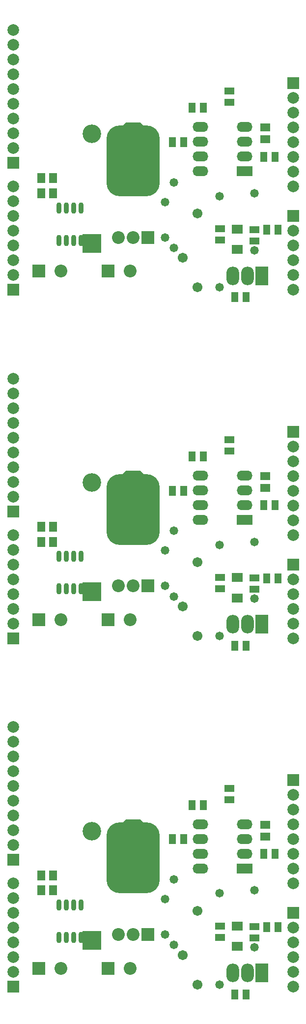
<source format=gts>
G04 Layer_Color=8388736*
%FSLAX44Y44*%
%MOMM*%
G71*
G01*
G75*
G04:AMPARAMS|DCode=40|XSize=9.2032mm|YSize=12.2032mm|CornerRadius=2.3516mm|HoleSize=0mm|Usage=FLASHONLY|Rotation=180.000|XOffset=0mm|YOffset=0mm|HoleType=Round|Shape=RoundedRectangle|*
%AMROUNDEDRECTD40*
21,1,9.2032,7.5000,0,0,180.0*
21,1,4.5000,12.2032,0,0,180.0*
1,1,4.7032,-2.2500,3.7500*
1,1,4.7032,2.2500,3.7500*
1,1,4.7032,2.2500,-3.7500*
1,1,4.7032,-2.2500,-3.7500*
%
%ADD40ROUNDEDRECTD40*%
%ADD41R,1.3462X1.7272*%
%ADD42R,1.8032X1.2532*%
%ADD43R,1.9032X1.5032*%
%ADD44R,1.2532X1.8032*%
%ADD45R,1.7272X1.3462*%
%ADD46O,0.8532X1.9532*%
%ADD47O,0.8532X1.9532*%
%ADD48C,3.2032*%
%ADD49R,3.2032X3.2032*%
%ADD50C,1.7032*%
%ADD51C,2.2032*%
%ADD52R,2.2032X2.2032*%
%ADD53P,6.7143X8X202.5*%
%ADD54C,2.0032*%
%ADD55R,2.0032X2.0032*%
%ADD56R,2.2032X3.2032*%
%ADD57O,2.2032X3.2032*%
%ADD58R,2.7032X1.7032*%
%ADD59O,2.7032X1.7032*%
%ADD60C,1.4732*%
%ADD61C,1.0032*%
D40*
X2452469Y450750D02*
D03*
Y1050750D02*
D03*
Y1650750D02*
D03*
D41*
X2314629Y395000D02*
D03*
X2294309D02*
D03*
X2314629Y421000D02*
D03*
X2294309D02*
D03*
X2314629Y995000D02*
D03*
X2294309D02*
D03*
X2314629Y1021000D02*
D03*
X2294309D02*
D03*
X2314629Y1595000D02*
D03*
X2294309D02*
D03*
X2314629Y1621000D02*
D03*
X2294309D02*
D03*
D42*
X2661469Y313250D02*
D03*
Y332750D02*
D03*
X2602469Y333750D02*
D03*
Y314250D02*
D03*
X2618469Y570750D02*
D03*
Y551250D02*
D03*
X2661469Y913250D02*
D03*
Y932750D02*
D03*
X2602469Y933750D02*
D03*
Y914250D02*
D03*
X2618469Y1170750D02*
D03*
Y1151250D02*
D03*
X2661469Y1513250D02*
D03*
Y1532750D02*
D03*
X2602469Y1533750D02*
D03*
Y1514250D02*
D03*
X2618469Y1770750D02*
D03*
Y1751250D02*
D03*
D43*
X2631469Y298500D02*
D03*
Y333500D02*
D03*
Y898500D02*
D03*
Y933500D02*
D03*
Y1498500D02*
D03*
Y1533500D02*
D03*
D44*
X2627719Y216000D02*
D03*
X2647219D02*
D03*
X2697219Y458000D02*
D03*
X2677719D02*
D03*
X2539219Y483000D02*
D03*
X2519719D02*
D03*
X2573219Y542000D02*
D03*
X2553719D02*
D03*
X2682719Y332000D02*
D03*
X2702220D02*
D03*
X2627719Y816000D02*
D03*
X2647219D02*
D03*
X2697219Y1058000D02*
D03*
X2677719D02*
D03*
X2539219Y1083000D02*
D03*
X2519719D02*
D03*
X2573219Y1142000D02*
D03*
X2553719D02*
D03*
X2682719Y932000D02*
D03*
X2702220D02*
D03*
X2627719Y1416000D02*
D03*
X2647219D02*
D03*
X2697219Y1658000D02*
D03*
X2677719D02*
D03*
X2539219Y1683000D02*
D03*
X2519719D02*
D03*
X2573219Y1742000D02*
D03*
X2553719D02*
D03*
X2682719Y1532000D02*
D03*
X2702220D02*
D03*
D45*
X2680469Y508160D02*
D03*
Y487840D02*
D03*
Y1108160D02*
D03*
Y1087840D02*
D03*
Y1708160D02*
D03*
Y1687840D02*
D03*
D46*
X2362519Y370000D02*
D03*
X2349819D02*
D03*
X2337119D02*
D03*
X2324419D02*
D03*
Y314000D02*
D03*
X2337119D02*
D03*
X2362519Y970000D02*
D03*
X2349819D02*
D03*
X2337119D02*
D03*
X2324419D02*
D03*
Y914000D02*
D03*
X2337119D02*
D03*
X2362519Y1570000D02*
D03*
X2349819D02*
D03*
X2337119D02*
D03*
X2324419D02*
D03*
Y1514000D02*
D03*
X2337119D02*
D03*
D47*
X2362519Y314000D02*
D03*
X2349819D02*
D03*
X2362519Y914000D02*
D03*
X2349819D02*
D03*
X2362519Y1514000D02*
D03*
X2349819D02*
D03*
D48*
X2381469Y497191D02*
D03*
Y1097191D02*
D03*
Y1697191D02*
D03*
D49*
Y308809D02*
D03*
Y908809D02*
D03*
Y1508809D02*
D03*
D50*
X2563469Y360000D02*
D03*
X2538069Y283800D02*
D03*
X2563469Y233000D02*
D03*
Y960000D02*
D03*
X2538069Y883800D02*
D03*
X2563469Y833000D02*
D03*
Y1560000D02*
D03*
X2538069Y1483800D02*
D03*
X2563469Y1433000D02*
D03*
D51*
X2447519Y261000D02*
D03*
X2327519D02*
D03*
X2427069Y319000D02*
D03*
X2452469D02*
D03*
X2447519Y861000D02*
D03*
X2327519D02*
D03*
X2427069Y919000D02*
D03*
X2452469D02*
D03*
X2447519Y1461000D02*
D03*
X2327519D02*
D03*
X2427069Y1519000D02*
D03*
X2452469D02*
D03*
D52*
X2409419Y261000D02*
D03*
X2289419D02*
D03*
X2477869Y319000D02*
D03*
X2409419Y861000D02*
D03*
X2289419D02*
D03*
X2477869Y919000D02*
D03*
X2409419Y1461000D02*
D03*
X2289419D02*
D03*
X2477869Y1519000D02*
D03*
D53*
X2452469Y486000D02*
D03*
Y1086000D02*
D03*
Y1686000D02*
D03*
D54*
X2728069Y229200D02*
D03*
Y254600D02*
D03*
Y280000D02*
D03*
Y305400D02*
D03*
Y330800D02*
D03*
X2245469Y254600D02*
D03*
Y280000D02*
D03*
Y305400D02*
D03*
Y330800D02*
D03*
Y356200D02*
D03*
Y381600D02*
D03*
Y407000D02*
D03*
X2728069Y559400D02*
D03*
Y534000D02*
D03*
Y508600D02*
D03*
Y483200D02*
D03*
Y457800D02*
D03*
Y432400D02*
D03*
Y407000D02*
D03*
X2245469Y473040D02*
D03*
Y498440D02*
D03*
Y523840D02*
D03*
Y549240D02*
D03*
Y574640D02*
D03*
Y600040D02*
D03*
Y625440D02*
D03*
Y676240D02*
D03*
Y650840D02*
D03*
X2728069Y829200D02*
D03*
Y854600D02*
D03*
Y880000D02*
D03*
Y905400D02*
D03*
Y930800D02*
D03*
X2245469Y854600D02*
D03*
Y880000D02*
D03*
Y905400D02*
D03*
Y930800D02*
D03*
Y956200D02*
D03*
Y981600D02*
D03*
Y1007000D02*
D03*
X2728069Y1159400D02*
D03*
Y1134000D02*
D03*
Y1108600D02*
D03*
Y1083200D02*
D03*
Y1057800D02*
D03*
Y1032400D02*
D03*
Y1007000D02*
D03*
X2245469Y1073040D02*
D03*
Y1098440D02*
D03*
Y1123840D02*
D03*
Y1149240D02*
D03*
Y1174640D02*
D03*
Y1200040D02*
D03*
Y1225440D02*
D03*
Y1276240D02*
D03*
Y1250840D02*
D03*
X2728069Y1429200D02*
D03*
Y1454600D02*
D03*
Y1480000D02*
D03*
Y1505400D02*
D03*
Y1530800D02*
D03*
X2245469Y1454600D02*
D03*
Y1480000D02*
D03*
Y1505400D02*
D03*
Y1530800D02*
D03*
Y1556200D02*
D03*
Y1581600D02*
D03*
Y1607000D02*
D03*
X2728069Y1759400D02*
D03*
Y1734000D02*
D03*
Y1708600D02*
D03*
Y1683200D02*
D03*
Y1657800D02*
D03*
Y1632400D02*
D03*
Y1607000D02*
D03*
X2245469Y1673040D02*
D03*
Y1698440D02*
D03*
Y1723840D02*
D03*
Y1749240D02*
D03*
Y1774640D02*
D03*
Y1800040D02*
D03*
Y1825440D02*
D03*
Y1876240D02*
D03*
Y1850840D02*
D03*
D55*
X2728069Y356200D02*
D03*
X2245469Y229200D02*
D03*
X2728069Y584800D02*
D03*
X2245469Y447640D02*
D03*
X2728069Y956200D02*
D03*
X2245469Y829200D02*
D03*
X2728069Y1184800D02*
D03*
X2245469Y1047640D02*
D03*
X2728069Y1556200D02*
D03*
X2245469Y1429200D02*
D03*
X2728069Y1784800D02*
D03*
X2245469Y1647640D02*
D03*
D56*
X2674469Y253000D02*
D03*
Y853000D02*
D03*
Y1453000D02*
D03*
D57*
X2649469Y253000D02*
D03*
X2624469D02*
D03*
X2649469Y853000D02*
D03*
X2624469D02*
D03*
X2649469Y1453000D02*
D03*
X2624469D02*
D03*
D58*
X2644569Y432900D02*
D03*
Y1032900D02*
D03*
Y1632900D02*
D03*
D59*
Y458300D02*
D03*
Y483700D02*
D03*
Y509100D02*
D03*
X2568369Y432900D02*
D03*
Y458300D02*
D03*
Y483700D02*
D03*
Y509100D02*
D03*
X2644569Y1058300D02*
D03*
Y1083700D02*
D03*
Y1109100D02*
D03*
X2568369Y1032900D02*
D03*
Y1058300D02*
D03*
Y1083700D02*
D03*
Y1109100D02*
D03*
X2644569Y1658300D02*
D03*
Y1683700D02*
D03*
Y1709100D02*
D03*
X2568369Y1632900D02*
D03*
Y1658300D02*
D03*
Y1683700D02*
D03*
Y1709100D02*
D03*
D60*
X2522469Y301000D02*
D03*
X2507469Y380000D02*
D03*
Y319000D02*
D03*
X2661469Y395000D02*
D03*
Y297000D02*
D03*
X2601469Y390000D02*
D03*
Y233000D02*
D03*
X2522469Y414000D02*
D03*
Y901000D02*
D03*
X2507469Y980000D02*
D03*
Y919000D02*
D03*
X2661469Y995000D02*
D03*
Y897000D02*
D03*
X2601469Y990000D02*
D03*
Y833000D02*
D03*
X2522469Y1014000D02*
D03*
Y1501000D02*
D03*
X2507469Y1580000D02*
D03*
Y1519000D02*
D03*
X2661469Y1595000D02*
D03*
Y1497000D02*
D03*
X2601469Y1590000D02*
D03*
Y1433000D02*
D03*
X2522469Y1614000D02*
D03*
D61*
X2434969Y503500D02*
D03*
X2469969D02*
D03*
Y468500D02*
D03*
X2434969D02*
D03*
X2427719Y486000D02*
D03*
X2452469Y461250D02*
D03*
X2477219Y486000D02*
D03*
X2452469Y510750D02*
D03*
X2434969Y1103500D02*
D03*
X2469969D02*
D03*
Y1068500D02*
D03*
X2434969D02*
D03*
X2427719Y1086000D02*
D03*
X2452469Y1061250D02*
D03*
X2477219Y1086000D02*
D03*
X2452469Y1110750D02*
D03*
X2434969Y1703500D02*
D03*
X2469969D02*
D03*
Y1668500D02*
D03*
X2434969D02*
D03*
X2427719Y1686000D02*
D03*
X2452469Y1661250D02*
D03*
X2477219Y1686000D02*
D03*
X2452469Y1710750D02*
D03*
M02*

</source>
